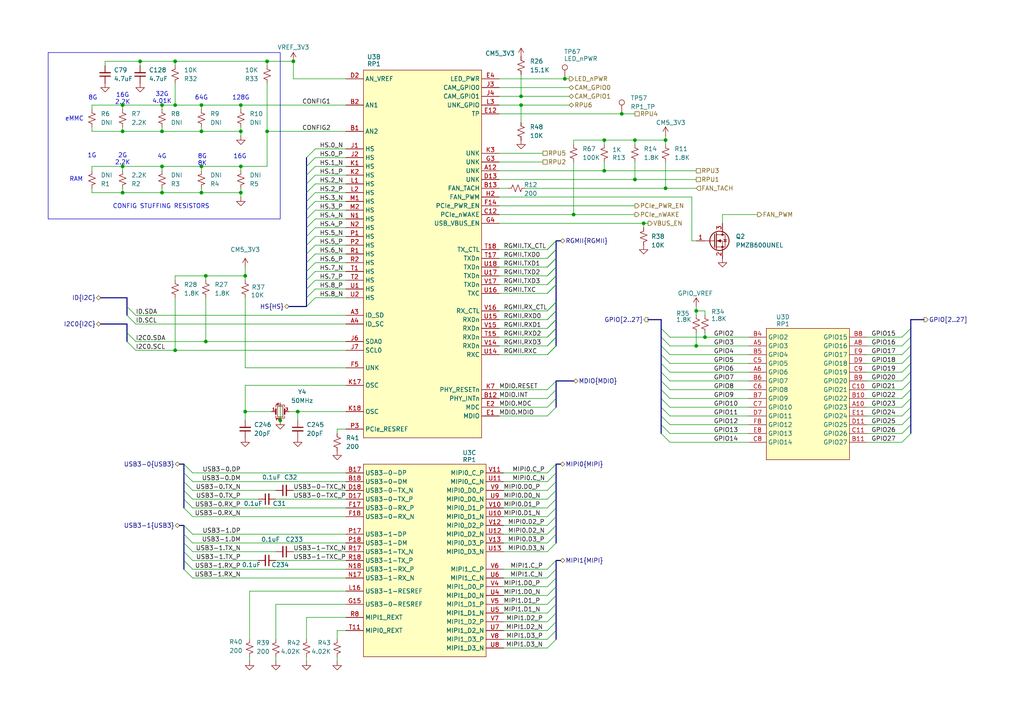
<source format=kicad_sch>
(kicad_sch (version 20250114) (generator "eeschema") (generator_version "9.0")
  (paper "A4")
  (title_block (title "RPi CM5 RP1 IO") (comment 2 "Guaranteed to be inaccurate") (comment 3 "License: CC BY-SA 4.0 (https://creativecommons.org/licenses/by-sa/4.0/)") (comment 4 "Reverse engineered by Tube Time"))
  (bus_alias "MDIO" (members "MDIO" "MDC" "INT" "RESET"))
  (bus_alias "RGMII" (members "TX_CTL" "TXD0" "TXD1" "TXD2" "TXD3" "TXC" "RX_CTL" "RXD0" "RXD1" "RXD2" "RXD3" "RXC"))
  (bus_alias "USB3" (members "DP" "DM" "TX_N" "TX_P" "RX_N" "RX_P"))
  (rectangle (start 13.97 15.24) (end 81.28 63.5))
  (text "16G" (at 69.596 45.466 0) (effects (font (size 1.27 1.27))))
  (text "4G" (at 46.99 45.466 0) (effects (font (size 1.27 1.27))))
  (text "RAM" (at 22.098 52.07 0) (effects (font (size 1.27 1.27))))
  (text "2G\n2.2K" (at 35.56 46.228 0) (effects (font (size 1.27 1.27))))
  (text "CONFIG STUFFING RESISTORS" (at 46.736 59.944 0) (effects (font (size 1.27 1.27))))
  (text "8G\n8K" (at 58.674 46.482 0) (effects (font (size 1.27 1.27))))
  (text "eMMC" (at 21.59 34.544 0) (effects (font (size 1.27 1.27))))
  (text "32G\n4.01K" (at 46.99 28.448 0) (effects (font (size 1.27 1.27))))
  (text "16G\n2.2K" (at 35.56 28.702 0) (effects (font (size 1.27 1.27))))
  (text "1G" (at 26.67 45.212 0) (effects (font (size 1.27 1.27))))
  (text "128G" (at 69.85 28.448 0) (effects (font (size 1.27 1.27))))
  (text "64G" (at 58.42 28.448 0) (effects (font (size 1.27 1.27))))
  (text "8G" (at 26.924 28.448 0) (effects (font (size 1.27 1.27))))
  (junction (at 46.99 38.1))
  (junction (at 180.34 33.02))
  (junction (at 35.56 55.88))
  (junction (at 186.69 64.77))
  (junction (at 71.12 119.38))
  (junction (at 59.69 80.01))
  (junction (at 58.42 30.48))
  (junction (at 50.8 101.6))
  (junction (at 69.85 48.26))
  (junction (at 204.47 97.79))
  (junction (at 58.42 38.1))
  (junction (at 86.36 119.38))
  (junction (at 151.13 30.48))
  (junction (at 69.85 55.88))
  (junction (at 46.99 48.26))
  (junction (at 35.56 48.26))
  (junction (at 175.26 40.64))
  (junction (at 59.69 99.06))
  (junction (at 77.47 17.78))
  (junction (at 71.12 80.01))
  (junction (at 69.85 38.1))
  (junction (at 201.93 90.17))
  (junction (at 184.15 40.64))
  (junction (at 69.85 30.48))
  (junction (at 184.15 52.07))
  (junction (at 46.99 30.48))
  (junction (at 81.28 121.92))
  (junction (at 175.26 49.53))
  (junction (at 85.09 17.78))
  (junction (at 77.47 38.1))
  (junction (at 40.64 17.78))
  (junction (at 50.8 17.78))
  (junction (at 163.83 22.86))
  (junction (at 201.93 100.33))
  (junction (at 166.37 62.23))
  (junction (at 193.04 54.61))
  (junction (at 58.42 55.88))
  (junction (at 50.8 30.48))
  (junction (at 58.42 48.26))
  (junction (at 35.56 38.1))
  (junction (at 151.13 27.94))
  (junction (at 46.99 55.88))
  (junction (at 193.04 40.64))
  (junction (at 35.56 30.48))
  (bus_entry (at 36.83 96.52) (size 2.54 2.54))
  (bus_entry (at 161.29 182.88) (size -2.54 2.54))
  (bus_entry (at 261.62 107.95) (size 2.54 -2.54))
  (bus_entry (at 36.83 99.06) (size 2.54 2.54))
  (bus_entry (at 53.34 162.56) (size 2.54 2.54))
  (bus_entry (at 161.29 172.72) (size -2.54 2.54))
  (bus_entry (at 161.29 154.94) (size -2.54 2.54))
  (bus_entry (at 36.83 91.44) (size 2.54 2.54))
  (bus_entry (at 191.77 113.03) (size 2.54 2.54))
  (bus_entry (at 161.29 77.47) (size -2.54 2.54))
  (bus_entry (at 161.29 97.79) (size -2.54 2.54))
  (bus_entry (at 161.29 139.7) (size -2.54 2.54))
  (bus_entry (at 88.9 81.28) (size 2.54 -2.54))
  (bus_entry (at 161.29 162.56) (size -2.54 2.54))
  (bus_entry (at 191.77 105.41) (size 2.54 2.54))
  (bus_entry (at 88.9 63.5) (size 2.54 -2.54))
  (bus_entry (at 88.9 68.58) (size 2.54 -2.54))
  (bus_entry (at 161.29 87.63) (size -2.54 2.54))
  (bus_entry (at 161.29 80.01) (size -2.54 2.54))
  (bus_entry (at 88.9 86.36) (size 2.54 -2.54))
  (bus_entry (at 88.9 53.34) (size 2.54 -2.54))
  (bus_entry (at 161.29 72.39) (size -2.54 2.54))
  (bus_entry (at 161.29 80.01) (size -2.54 2.54))
  (bus_entry (at 88.9 58.42) (size 2.54 -2.54))
  (bus_entry (at 261.62 102.87) (size 2.54 -2.54))
  (bus_entry (at 261.62 100.33) (size 2.54 -2.54))
  (bus_entry (at 53.34 160.02) (size 2.54 2.54))
  (bus_entry (at 161.29 144.78) (size -2.54 2.54))
  (bus_entry (at 161.29 82.55) (size -2.54 2.54))
  (bus_entry (at 191.77 95.25) (size 2.54 2.54))
  (bus_entry (at 161.29 165.1) (size -2.54 2.54))
  (bus_entry (at 191.77 115.57) (size 2.54 2.54))
  (bus_entry (at 161.29 74.93) (size -2.54 2.54))
  (bus_entry (at 88.9 50.8) (size 2.54 -2.54))
  (bus_entry (at 161.29 180.34) (size -2.54 2.54))
  (bus_entry (at 161.29 90.17) (size -2.54 2.54))
  (bus_entry (at 88.9 48.26) (size 2.54 -2.54))
  (bus_entry (at 161.29 177.8) (size -2.54 2.54))
  (bus_entry (at 36.83 88.9) (size 2.54 2.54))
  (bus_entry (at 191.77 100.33) (size 2.54 2.54))
  (bus_entry (at 191.77 120.65) (size 2.54 2.54))
  (bus_entry (at 161.29 170.18) (size -2.54 2.54))
  (bus_entry (at 161.29 113.03) (size -2.54 2.54))
  (bus_entry (at 261.62 123.19) (size 2.54 -2.54))
  (bus_entry (at 191.77 97.79) (size 2.54 2.54))
  (bus_entry (at 261.62 128.27) (size 2.54 -2.54))
  (bus_entry (at 161.29 69.85) (size -2.54 2.54))
  (bus_entry (at 191.77 125.73) (size 2.54 2.54))
  (bus_entry (at 53.34 137.16) (size 2.54 2.54))
  (bus_entry (at 53.34 152.4) (size 2.54 2.54))
  (bus_entry (at 53.34 157.48) (size 2.54 2.54))
  (bus_entry (at 158.75 102.87) (size 2.54 -2.54))
  (bus_entry (at 161.29 100.33) (size -2.54 2.54))
  (bus_entry (at 53.34 142.24) (size 2.54 2.54))
  (bus_entry (at 161.29 77.47) (size -2.54 2.54))
  (bus_entry (at 161.29 142.24) (size -2.54 2.54))
  (bus_entry (at 161.29 149.86) (size -2.54 2.54))
  (bus_entry (at 191.77 110.49) (size 2.54 2.54))
  (bus_entry (at 88.9 73.66) (size 2.54 -2.54))
  (bus_entry (at 161.29 157.48) (size -2.54 2.54))
  (bus_entry (at 53.34 134.62) (size 2.54 2.54))
  (bus_entry (at 161.29 118.11) (size -2.54 2.54))
  (bus_entry (at 88.9 76.2) (size 2.54 -2.54))
  (bus_entry (at 88.9 45.72) (size 2.54 -2.54))
  (bus_entry (at 161.29 74.93) (size -2.54 2.54))
  (bus_entry (at 261.62 110.49) (size 2.54 -2.54))
  (bus_entry (at 88.9 78.74) (size 2.54 -2.54))
  (bus_entry (at 88.9 55.88) (size 2.54 -2.54))
  (bus_entry (at 161.29 175.26) (size -2.54 2.54))
  (bus_entry (at 53.34 154.94) (size 2.54 2.54))
  (bus_entry (at 53.34 144.78) (size 2.54 2.54))
  (bus_entry (at 261.62 118.11) (size 2.54 -2.54))
  (bus_entry (at 161.29 87.63) (size -2.54 2.54))
  (bus_entry (at 161.29 72.39) (size -2.54 2.54))
  (bus_entry (at 161.29 110.49) (size -2.54 2.54))
  (bus_entry (at 158.75 72.39) (size 2.54 -2.54))
  (bus_entry (at 158.75 97.79) (size 2.54 -2.54))
  (bus_entry (at 88.9 71.12) (size 2.54 -2.54))
  (bus_entry (at 191.77 107.95) (size 2.54 2.54))
  (bus_entry (at 161.29 152.4) (size -2.54 2.54))
  (bus_entry (at 53.34 147.32) (size 2.54 2.54))
  (bus_entry (at 161.29 147.32) (size -2.54 2.54))
  (bus_entry (at 161.29 95.25) (size -2.54 2.54))
  (bus_entry (at 261.62 113.03) (size 2.54 -2.54))
  (bus_entry (at 161.29 134.62) (size -2.54 2.54))
  (bus_entry (at 191.77 123.19) (size 2.54 2.54))
  (bus_entry (at 261.62 120.65) (size 2.54 -2.54))
  (bus_entry (at 53.34 165.1) (size 2.54 2.54))
  (bus_entry (at 88.9 88.9) (size 2.54 -2.54))
  (bus_entry (at 161.29 167.64) (size -2.54 2.54))
  (bus_entry (at 158.75 100.33) (size 2.54 -2.54))
  (bus_entry (at 161.29 185.42) (size -2.54 2.54))
  (bus_entry (at 161.29 92.71) (size -2.54 2.54))
  (bus_entry (at 161.29 92.71) (size -2.54 2.54))
  (bus_entry (at 161.29 137.16) (size -2.54 2.54))
  (bus_entry (at 261.62 115.57) (size 2.54 -2.54))
  (bus_entry (at 88.9 60.96) (size 2.54 -2.54))
  (bus_entry (at 88.9 66.04) (size 2.54 -2.54))
  (bus_entry (at 161.29 82.55) (size -2.54 2.54))
  (bus_entry (at 191.77 102.87) (size 2.54 2.54))
  (bus_entry (at 261.62 125.73) (size 2.54 -2.54))
  (bus_entry (at 53.34 139.7) (size 2.54 2.54))
  (bus_entry (at 161.29 90.17) (size -2.54 2.54))
  (bus_entry (at 261.62 105.41) (size 2.54 -2.54))
  (bus_entry (at 191.77 118.11) (size 2.54 2.54))
  (bus_entry (at 88.9 83.82) (size 2.54 -2.54))
  (bus_entry (at 261.62 97.79) (size 2.54 -2.54))
  (bus_entry (at 161.29 115.57) (size -2.54 2.54))
  (wire (pts (xy 251.46 97.79) (xy 261.62 97.79)))
  (bus (pts (xy 161.29 170.18) (xy 161.29 167.64)))
  (wire (pts (xy 58.42 36.83) (xy 58.42 38.1)))
  (wire (pts (xy 58.42 48.26) (xy 69.85 48.26)))
  (bus (pts (xy 264.16 113.03) (xy 264.16 115.57)))
  (wire (pts (xy 144.78 33.02) (xy 180.34 33.02)))
  (bus (pts (xy 161.29 77.47) (xy 161.29 80.01)))
  (bus (pts (xy 161.29 149.86) (xy 161.29 152.4)))
  (wire (pts (xy 144.78 74.93) (xy 158.75 74.93)))
  (wire (pts (xy 46.99 31.75) (xy 46.99 30.48)))
  (wire (pts (xy 200.66 69.85) (xy 200.66 57.15)))
  (wire (pts (xy 251.46 115.57) (xy 261.62 115.57)))
  (wire (pts (xy 144.78 54.61) (xy 147.32 54.61)))
  (wire (pts (xy 144.78 49.53) (xy 175.26 49.53)))
  (bus (pts (xy 161.29 115.57) (xy 161.29 118.11)))
  (wire (pts (xy 59.69 86.36) (xy 59.69 99.06)))
  (wire (pts (xy 46.99 36.83) (xy 46.99 38.1)))
  (wire (pts (xy 144.78 113.03) (xy 158.75 113.03)))
  (bus (pts (xy 88.9 73.66) (xy 88.9 76.2)))
  (bus (pts (xy 264.16 120.65) (xy 264.16 123.19)))
  (wire (pts (xy 46.99 38.1) (xy 58.42 38.1)))
  (wire (pts (xy 80.01 185.42) (xy 80.01 175.26)))
  (bus (pts (xy 53.34 157.48) (xy 53.34 160.02)))
  (wire (pts (xy 194.31 110.49) (xy 217.17 110.49)))
  (wire (pts (xy 100.33 175.26) (xy 80.01 175.26)))
  (bus (pts (xy 264.16 107.95) (xy 264.16 110.49)))
  (wire (pts (xy 151.13 30.48) (xy 165.1 30.48)))
  (wire (pts (xy 146.05 152.4) (xy 158.75 152.4)))
  (wire (pts (xy 201.93 90.17) (xy 204.47 90.17)))
  (bus (pts (xy 264.16 118.11) (xy 264.16 120.65)))
  (wire (pts (xy 100.33 124.46) (xy 97.79 124.46)))
  (wire (pts (xy 86.36 121.92) (xy 86.36 119.38)))
  (wire (pts (xy 71.12 119.38) (xy 71.12 121.92)))
  (wire (pts (xy 91.44 48.26) (xy 100.33 48.26)))
  (bus (pts (xy 161.29 110.49) (xy 161.29 113.03)))
  (bus (pts (xy 187.96 92.71) (xy 191.77 92.71)))
  (wire (pts (xy 97.79 185.42) (xy 97.79 182.88)))
  (wire (pts (xy 35.56 36.83) (xy 35.56 38.1)))
  (bus (pts (xy 191.77 100.33) (xy 191.77 102.87)))
  (wire (pts (xy 69.85 38.1) (xy 69.85 36.83)))
  (wire (pts (xy 194.31 115.57) (xy 217.17 115.57)))
  (bus (pts (xy 264.16 115.57) (xy 264.16 118.11)))
  (bus (pts (xy 161.29 72.39) (xy 161.29 74.93)))
  (bus (pts (xy 88.9 45.72) (xy 88.9 48.26)))
  (wire (pts (xy 91.44 83.82) (xy 100.33 83.82)))
  (wire (pts (xy 39.37 91.44) (xy 100.33 91.44)))
  (wire (pts (xy 46.99 55.88) (xy 58.42 55.88)))
  (wire (pts (xy 39.37 99.06) (xy 59.69 99.06)))
  (wire (pts (xy 85.09 22.86) (xy 85.09 17.78)))
  (wire (pts (xy 151.13 30.48) (xy 151.13 35.56)))
  (bus (pts (xy 88.9 81.28) (xy 88.9 83.82)))
  (bus (pts (xy 264.16 95.25) (xy 264.16 97.79)))
  (wire (pts (xy 146.05 149.86) (xy 158.75 149.86)))
  (wire (pts (xy 184.15 33.02) (xy 180.34 33.02)))
  (wire (pts (xy 201.93 88.9) (xy 201.93 90.17)))
  (bus (pts (xy 191.77 120.65) (xy 191.77 123.19)))
  (wire (pts (xy 69.85 48.26) (xy 69.85 49.53)))
  (bus (pts (xy 36.83 88.9) (xy 36.83 91.44)))
  (wire (pts (xy 26.67 48.26) (xy 26.67 49.53)))
  (wire (pts (xy 209.55 62.23) (xy 219.71 62.23)))
  (wire (pts (xy 184.15 40.64) (xy 175.26 40.64)))
  (wire (pts (xy 26.67 38.1) (xy 35.56 38.1)))
  (wire (pts (xy 74.93 162.56) (xy 55.88 162.56)))
  (bus (pts (xy 36.83 96.52) (xy 36.83 99.06)))
  (wire (pts (xy 100.33 160.02) (xy 85.09 160.02)))
  (wire (pts (xy 144.78 27.94) (xy 151.13 27.94)))
  (wire (pts (xy 46.99 48.26) (xy 58.42 48.26)))
  (bus (pts (xy 267.97 92.71) (xy 264.16 92.71)))
  (wire (pts (xy 50.8 24.13) (xy 50.8 30.48)))
  (wire (pts (xy 91.44 78.74) (xy 100.33 78.74)))
  (wire (pts (xy 144.78 46.99) (xy 157.48 46.99)))
  (bus (pts (xy 162.56 69.85) (xy 161.29 69.85)))
  (wire (pts (xy 193.04 54.61) (xy 193.04 46.99)))
  (wire (pts (xy 144.78 100.33) (xy 158.75 100.33)))
  (wire (pts (xy 46.99 30.48) (xy 50.8 30.48)))
  (wire (pts (xy 194.31 100.33) (xy 201.93 100.33)))
  (wire (pts (xy 209.55 64.77) (xy 209.55 62.23)))
  (wire (pts (xy 184.15 46.99) (xy 184.15 52.07)))
  (wire (pts (xy 251.46 123.19) (xy 261.62 123.19)))
  (wire (pts (xy 72.39 171.45) (xy 100.33 171.45)))
  (wire (pts (xy 91.44 66.04) (xy 100.33 66.04)))
  (wire (pts (xy 194.31 118.11) (xy 217.17 118.11)))
  (wire (pts (xy 58.42 30.48) (xy 69.85 30.48)))
  (wire (pts (xy 158.75 182.88) (xy 146.05 182.88)))
  (wire (pts (xy 71.12 80.01) (xy 71.12 77.47)))
  (wire (pts (xy 71.12 86.36) (xy 71.12 106.68)))
  (bus (pts (xy 53.34 147.32) (xy 53.34 144.78)))
  (bus (pts (xy 191.77 123.19) (xy 191.77 125.73)))
  (wire (pts (xy 144.78 22.86) (xy 163.83 22.86)))
  (wire (pts (xy 184.15 41.91) (xy 184.15 40.64)))
  (wire (pts (xy 144.78 30.48) (xy 151.13 30.48)))
  (wire (pts (xy 50.8 17.78) (xy 50.8 19.05)))
  (wire (pts (xy 166.37 46.99) (xy 166.37 62.23)))
  (wire (pts (xy 144.78 25.4) (xy 165.1 25.4)))
  (wire (pts (xy 100.33 111.76) (xy 71.12 111.76)))
  (bus (pts (xy 264.16 110.49) (xy 264.16 113.03)))
  (bus (pts (xy 264.16 105.41) (xy 264.16 107.95)))
  (wire (pts (xy 175.26 49.53) (xy 201.93 49.53)))
  (wire (pts (xy 40.64 17.78) (xy 40.64 19.05)))
  (wire (pts (xy 91.44 53.34) (xy 100.33 53.34)))
  (bus (pts (xy 29.21 93.98) (xy 36.83 93.98)))
  (wire (pts (xy 100.33 142.24) (xy 85.09 142.24)))
  (wire (pts (xy 251.46 100.33) (xy 261.62 100.33)))
  (bus (pts (xy 161.29 134.62) (xy 161.29 137.16)))
  (wire (pts (xy 58.42 38.1) (xy 69.85 38.1)))
  (wire (pts (xy 175.26 40.64) (xy 175.26 41.91)))
  (wire (pts (xy 144.78 52.07) (xy 184.15 52.07)))
  (bus (pts (xy 191.77 97.79) (xy 191.77 100.33)))
  (wire (pts (xy 158.75 167.64) (xy 146.05 167.64)))
  (bus (pts (xy 191.77 110.49) (xy 191.77 113.03)))
  (wire (pts (xy 35.56 31.75) (xy 35.56 30.48)))
  (wire (pts (xy 91.44 63.5) (xy 100.33 63.5)))
  (wire (pts (xy 26.67 48.26) (xy 35.56 48.26)))
  (wire (pts (xy 158.75 180.34) (xy 146.05 180.34)))
  (bus (pts (xy 52.07 152.4) (xy 53.34 152.4)))
  (wire (pts (xy 144.78 62.23) (xy 166.37 62.23)))
  (bus (pts (xy 161.29 172.72) (xy 161.29 170.18)))
  (bus (pts (xy 161.29 137.16) (xy 161.29 139.7)))
  (wire (pts (xy 146.05 172.72) (xy 158.75 172.72)))
  (wire (pts (xy 100.33 157.48) (xy 55.88 157.48)))
  (wire (pts (xy 50.8 80.01) (xy 59.69 80.01)))
  (wire (pts (xy 251.46 128.27) (xy 261.62 128.27)))
  (wire (pts (xy 69.85 38.1) (xy 69.85 39.37)))
  (wire (pts (xy 30.48 17.78) (xy 30.48 19.05)))
  (wire (pts (xy 46.99 54.61) (xy 46.99 55.88)))
  (wire (pts (xy 194.31 107.95) (xy 217.17 107.95)))
  (wire (pts (xy 71.12 81.28) (xy 71.12 80.01)))
  (wire (pts (xy 152.4 54.61) (xy 193.04 54.61)))
  (wire (pts (xy 144.78 72.39) (xy 158.75 72.39)))
  (wire (pts (xy 91.44 71.12) (xy 100.33 71.12)))
  (wire (pts (xy 59.69 81.28) (xy 59.69 80.01)))
  (wire (pts (xy 81.28 116.84) (xy 81.28 121.92)))
  (bus (pts (xy 191.77 102.87) (xy 191.77 105.41)))
  (wire (pts (xy 69.85 30.48) (xy 100.33 30.48)))
  (wire (pts (xy 193.04 39.37) (xy 193.04 40.64)))
  (wire (pts (xy 59.69 80.01) (xy 71.12 80.01)))
  (bus (pts (xy 88.9 60.96) (xy 88.9 63.5)))
  (wire (pts (xy 144.78 90.17) (xy 158.75 90.17)))
  (wire (pts (xy 146.05 177.8) (xy 158.75 177.8)))
  (wire (pts (xy 251.46 110.49) (xy 261.62 110.49)))
  (bus (pts (xy 161.29 154.94) (xy 161.29 157.48)))
  (bus (pts (xy 88.9 71.12) (xy 88.9 73.66)))
  (bus (pts (xy 36.83 93.98) (xy 36.83 96.52)))
  (wire (pts (xy 50.8 30.48) (xy 58.42 30.48)))
  (bus (pts (xy 88.9 48.26) (xy 88.9 50.8)))
  (wire (pts (xy 72.39 185.42) (xy 72.39 171.45)))
  (wire (pts (xy 204.47 96.52) (xy 204.47 97.79)))
  (wire (pts (xy 251.46 118.11) (xy 261.62 118.11)))
  (wire (pts (xy 146.05 154.94) (xy 158.75 154.94)))
  (bus (pts (xy 166.37 110.49) (xy 161.29 110.49)))
  (wire (pts (xy 39.37 101.6) (xy 50.8 101.6)))
  (wire (pts (xy 58.42 48.26) (xy 58.42 49.53)))
  (wire (pts (xy 69.85 57.15) (xy 69.85 55.88)))
  (bus (pts (xy 161.29 180.34) (xy 161.29 182.88)))
  (wire (pts (xy 35.56 30.48) (xy 46.99 30.48)))
  (bus (pts (xy 161.29 82.55) (xy 161.29 87.63)))
  (bus (pts (xy 191.77 113.03) (xy 191.77 115.57)))
  (bus (pts (xy 53.34 139.7) (xy 53.34 137.16)))
  (wire (pts (xy 146.05 147.32) (xy 158.75 147.32)))
  (wire (pts (xy 166.37 40.64) (xy 166.37 41.91)))
  (bus (pts (xy 161.29 69.85) (xy 161.29 72.39)))
  (wire (pts (xy 194.31 113.03) (xy 217.17 113.03)))
  (wire (pts (xy 71.12 111.76) (xy 71.12 119.38)))
  (bus (pts (xy 191.77 105.41) (xy 191.77 107.95)))
  (wire (pts (xy 100.33 154.94) (xy 55.88 154.94)))
  (wire (pts (xy 77.47 38.1) (xy 100.33 38.1)))
  (bus (pts (xy 161.29 177.8) (xy 161.29 180.34)))
  (bus (pts (xy 161.29 147.32) (xy 161.29 144.78)))
  (wire (pts (xy 26.67 55.88) (xy 35.56 55.88)))
  (wire (pts (xy 80.01 142.24) (xy 55.88 142.24)))
  (wire (pts (xy 144.78 44.45) (xy 157.48 44.45)))
  (bus (pts (xy 88.9 53.34) (xy 88.9 55.88)))
  (bus (pts (xy 264.16 102.87) (xy 264.16 105.41)))
  (wire (pts (xy 58.42 55.88) (xy 69.85 55.88)))
  (wire (pts (xy 251.46 120.65) (xy 261.62 120.65)))
  (wire (pts (xy 91.44 73.66) (xy 100.33 73.66)))
  (bus (pts (xy 53.34 144.78) (xy 53.34 142.24)))
  (bus (pts (xy 161.29 95.25) (xy 161.29 97.79)))
  (wire (pts (xy 186.69 64.77) (xy 186.69 66.04)))
  (wire (pts (xy 97.79 124.46) (xy 97.79 125.73)))
  (wire (pts (xy 100.33 165.1) (xy 55.88 165.1)))
  (wire (pts (xy 58.42 30.48) (xy 58.42 31.75)))
  (wire (pts (xy 163.83 22.86) (xy 165.1 22.86)))
  (wire (pts (xy 88.9 179.07) (xy 100.33 179.07)))
  (wire (pts (xy 72.39 190.5) (xy 72.39 191.77)))
  (wire (pts (xy 86.36 119.38) (xy 100.33 119.38)))
  (bus (pts (xy 161.29 74.93) (xy 161.29 77.47)))
  (wire (pts (xy 158.75 185.42) (xy 146.05 185.42)))
  (bus (pts (xy 88.9 55.88) (xy 88.9 58.42)))
  (bus (pts (xy 161.29 134.62) (xy 162.56 134.62)))
  (wire (pts (xy 78.74 119.38) (xy 71.12 119.38)))
  (bus (pts (xy 88.9 63.5) (xy 88.9 66.04)))
  (wire (pts (xy 26.67 36.83) (xy 26.67 38.1)))
  (wire (pts (xy 88.9 190.5) (xy 88.9 191.77)))
  (bus (pts (xy 36.83 86.36) (xy 36.83 88.9)))
  (bus (pts (xy 88.9 78.74) (xy 88.9 81.28)))
  (wire (pts (xy 69.85 55.88) (xy 69.85 54.61)))
  (wire (pts (xy 35.56 38.1) (xy 46.99 38.1)))
  (wire (pts (xy 151.13 21.59) (xy 151.13 27.94)))
  (wire (pts (xy 100.33 147.32) (xy 55.88 147.32)))
  (wire (pts (xy 144.78 59.69) (xy 184.15 59.69)))
  (bus (pts (xy 264.16 97.79) (xy 264.16 100.33)))
  (wire (pts (xy 91.44 45.72) (xy 100.33 45.72)))
  (wire (pts (xy 144.78 115.57) (xy 158.75 115.57)))
  (bus (pts (xy 83.82 88.9) (xy 88.9 88.9)))
  (bus (pts (xy 161.29 147.32) (xy 161.29 149.86)))
  (wire (pts (xy 144.78 118.11) (xy 158.75 118.11)))
  (wire (pts (xy 251.46 107.95) (xy 261.62 107.95)))
  (wire (pts (xy 144.78 82.55) (xy 158.75 82.55)))
  (wire (pts (xy 194.31 97.79) (xy 204.47 97.79)))
  (bus (pts (xy 88.9 76.2) (xy 88.9 78.74)))
  (wire (pts (xy 251.46 102.87) (xy 261.62 102.87)))
  (wire (pts (xy 144.78 102.87) (xy 158.75 102.87)))
  (wire (pts (xy 201.93 96.52) (xy 201.93 100.33)))
  (wire (pts (xy 39.37 93.98) (xy 100.33 93.98)))
  (bus (pts (xy 53.34 162.56) (xy 53.34 165.1)))
  (wire (pts (xy 151.13 27.94) (xy 165.1 27.94)))
  (bus (pts (xy 161.29 165.1) (xy 161.29 167.64)))
  (bus (pts (xy 191.77 115.57) (xy 191.77 118.11)))
  (wire (pts (xy 194.31 120.65) (xy 217.17 120.65)))
  (wire (pts (xy 194.31 125.73) (xy 217.17 125.73)))
  (wire (pts (xy 77.47 38.1) (xy 77.47 48.26)))
  (bus (pts (xy 88.9 58.42) (xy 88.9 60.96)))
  (wire (pts (xy 91.44 86.36) (xy 100.33 86.36)))
  (wire (pts (xy 100.33 167.64) (xy 55.88 167.64)))
  (wire (pts (xy 100.33 144.78) (xy 80.01 144.78)))
  (wire (pts (xy 146.05 137.16) (xy 158.75 137.16)))
  (wire (pts (xy 35.56 48.26) (xy 46.99 48.26)))
  (wire (pts (xy 251.46 113.03) (xy 261.62 113.03)))
  (wire (pts (xy 35.56 55.88) (xy 46.99 55.88)))
  (bus (pts (xy 161.29 175.26) (xy 161.29 177.8)))
  (bus (pts (xy 88.9 83.82) (xy 88.9 86.36)))
  (wire (pts (xy 187.96 64.77) (xy 186.69 64.77)))
  (wire (pts (xy 144.78 120.65) (xy 158.75 120.65)))
  (bus (pts (xy 161.29 97.79) (xy 161.29 100.33)))
  (wire (pts (xy 166.37 40.64) (xy 175.26 40.64)))
  (wire (pts (xy 85.09 22.86) (xy 100.33 22.86)))
  (bus (pts (xy 264.16 123.19) (xy 264.16 125.73)))
  (bus (pts (xy 264.16 92.71) (xy 264.16 95.25)))
  (wire (pts (xy 204.47 97.79) (xy 217.17 97.79)))
  (wire (pts (xy 91.44 50.8) (xy 100.33 50.8)))
  (wire (pts (xy 58.42 54.61) (xy 58.42 55.88)))
  (bus (pts (xy 88.9 50.8) (xy 88.9 53.34)))
  (wire (pts (xy 91.44 43.18) (xy 100.33 43.18)))
  (bus (pts (xy 161.29 92.71) (xy 161.29 95.25)))
  (wire (pts (xy 88.9 185.42) (xy 88.9 179.07)))
  (wire (pts (xy 91.44 76.2) (xy 100.33 76.2)))
  (bus (pts (xy 161.29 142.24) (xy 161.29 139.7)))
  (wire (pts (xy 158.75 142.24) (xy 146.05 142.24)))
  (wire (pts (xy 74.93 144.78) (xy 55.88 144.78)))
  (wire (pts (xy 50.8 80.01) (xy 50.8 81.28)))
  (wire (pts (xy 146.05 157.48) (xy 158.75 157.48)))
  (wire (pts (xy 91.44 55.88) (xy 100.33 55.88)))
  (bus (pts (xy 161.29 175.26) (xy 161.29 172.72)))
  (wire (pts (xy 201.93 100.33) (xy 217.17 100.33)))
  (wire (pts (xy 166.37 62.23) (xy 184.15 62.23)))
  (wire (pts (xy 144.78 77.47) (xy 158.75 77.47)))
  (wire (pts (xy 85.09 17.78) (xy 77.47 17.78)))
  (wire (pts (xy 97.79 182.88) (xy 100.33 182.88)))
  (wire (pts (xy 80.01 160.02) (xy 55.88 160.02)))
  (bus (pts (xy 53.34 142.24) (xy 53.34 139.7)))
  (wire (pts (xy 26.67 30.48) (xy 35.56 30.48)))
  (wire (pts (xy 40.64 17.78) (xy 50.8 17.78)))
  (wire (pts (xy 201.93 90.17) (xy 201.93 91.44)))
  (wire (pts (xy 146.05 175.26) (xy 158.75 175.26)))
  (wire (pts (xy 100.33 139.7) (xy 55.88 139.7)))
  (wire (pts (xy 77.47 17.78) (xy 77.47 19.05)))
  (bus (pts (xy 161.29 162.56) (xy 161.29 165.1)))
  (bus (pts (xy 191.77 92.71) (xy 191.77 95.25)))
  (wire (pts (xy 59.69 99.06) (xy 100.33 99.06)))
  (wire (pts (xy 158.75 187.96) (xy 146.05 187.96)))
  (bus (pts (xy 88.9 86.36) (xy 88.9 88.9)))
  (wire (pts (xy 86.36 119.38) (xy 83.82 119.38)))
  (wire (pts (xy 26.67 31.75) (xy 26.67 30.48)))
  (wire (pts (xy 91.44 68.58) (xy 100.33 68.58)))
  (bus (pts (xy 161.29 113.03) (xy 161.29 115.57)))
  (bus (pts (xy 88.9 66.04) (xy 88.9 68.58)))
  (wire (pts (xy 69.85 31.75) (xy 69.85 30.48)))
  (bus (pts (xy 53.34 160.02) (xy 53.34 162.56)))
  (wire (pts (xy 158.75 170.18) (xy 146.05 170.18)))
  (bus (pts (xy 53.34 152.4) (xy 53.34 154.94)))
  (bus (pts (xy 53.34 154.94) (xy 53.34 157.48)))
  (wire (pts (xy 194.31 128.27) (xy 217.17 128.27)))
  (wire (pts (xy 26.67 54.61) (xy 26.67 55.88)))
  (wire (pts (xy 184.15 52.07) (xy 201.93 52.07)))
  (wire (pts (xy 194.31 105.41) (xy 217.17 105.41)))
  (wire (pts (xy 194.31 123.19) (xy 217.17 123.19)))
  (bus (pts (xy 161.29 162.56) (xy 162.56 162.56)))
  (wire (pts (xy 146.05 139.7) (xy 158.75 139.7)))
  (wire (pts (xy 184.15 40.64) (xy 193.04 40.64)))
  (bus (pts (xy 161.29 80.01) (xy 161.29 82.55)))
  (wire (pts (xy 144.78 57.15) (xy 200.66 57.15)))
  (wire (pts (xy 35.56 48.26) (xy 35.56 49.53)))
  (bus (pts (xy 29.21 86.36) (xy 36.83 86.36)))
  (wire (pts (xy 97.79 190.5) (xy 97.79 191.77)))
  (wire (pts (xy 204.47 90.17) (xy 204.47 91.44)))
  (wire (pts (xy 144.78 97.79) (xy 158.75 97.79)))
  (wire (pts (xy 146.05 160.02) (xy 158.75 160.02)))
  (bus (pts (xy 161.29 144.78) (xy 161.29 142.24)))
  (wire (pts (xy 30.48 17.78) (xy 40.64 17.78)))
  (bus (pts (xy 161.29 90.17) (xy 161.29 92.71)))
  (wire (pts (xy 144.78 95.25) (xy 158.75 95.25)))
  (wire (pts (xy 91.44 58.42) (xy 100.33 58.42)))
  (wire (pts (xy 35.56 54.61) (xy 35.56 55.88)))
  (wire (pts (xy 158.75 165.1) (xy 146.05 165.1)))
  (wire (pts (xy 144.78 64.77) (xy 186.69 64.77)))
  (wire (pts (xy 91.44 60.96) (xy 100.33 60.96)))
  (bus (pts (xy 88.9 68.58) (xy 88.9 71.12)))
  (wire (pts (xy 146.05 144.78) (xy 158.75 144.78)))
  (wire (pts (xy 194.31 102.87) (xy 217.17 102.87)))
  (wire (pts (xy 100.33 149.86) (xy 55.88 149.86)))
  (wire (pts (xy 201.93 69.85) (xy 200.66 69.85)))
  (wire (pts (xy 193.04 54.61) (xy 201.93 54.61)))
  (wire (pts (xy 50.8 101.6) (xy 100.33 101.6)))
  (wire (pts (xy 100.33 162.56) (xy 80.01 162.56)))
  (wire (pts (xy 193.04 41.91) (xy 193.04 40.64)))
  (wire (pts (xy 50.8 86.36) (xy 50.8 101.6)))
  (bus (pts (xy 191.77 107.95) (xy 191.77 110.49)))
  (bus (pts (xy 53.34 137.16) (xy 53.34 134.62)))
  (wire (pts (xy 251.46 105.41) (xy 261.62 105.41)))
  (wire (pts (xy 144.78 85.09) (xy 158.75 85.09)))
  (wire (pts (xy 80.01 190.5) (xy 80.01 191.77)))
  (wire (pts (xy 251.46 125.73) (xy 261.62 125.73)))
  (wire (pts (xy 100.33 137.16) (xy 55.88 137.16)))
  (wire (pts (xy 91.44 81.28) (xy 100.33 81.28)))
  (bus (pts (xy 191.77 95.25) (xy 191.77 97.79)))
  (wire (pts (xy 144.78 92.71) (xy 158.75 92.71)))
  (bus (pts (xy 161.29 182.88) (xy 161.29 185.42)))
  (bus (pts (xy 161.29 87.63) (xy 161.29 90.17)))
  (wire (pts (xy 69.85 48.26) (xy 77.47 48.26)))
  (wire (pts (xy 71.12 106.68) (xy 100.33 106.68)))
  (bus (pts (xy 161.29 152.4) (xy 161.29 154.94)))
  (bus (pts (xy 53.34 134.62) (xy 52.07 134.62)))
  (bus (pts (xy 264.16 100.33) (xy 264.16 102.87)))
  (wire (pts (xy 46.99 48.26) (xy 46.99 49.53)))
  (bus (pts (xy 191.77 118.11) (xy 191.77 120.65)))
  (wire (pts (xy 77.47 17.78) (xy 50.8 17.78)))
  (wire (pts (xy 144.78 80.01) (xy 158.75 80.01)))
  (wire (pts (xy 77.47 24.13) (xy 77.47 38.1)))
  (wire (pts (xy 175.26 46.99) (xy 175.26 49.53)))
  (label "MIPI1.D3_P" (at 157.48 185.42 180))
  (label "GPIO8" (at 207.01 113.03 0))
  (label "GPIO7" (at 207.01 110.49 0))
  (label "MIPI0.D3_P" (at 147.32 157.48 0))
  (label "USB3-0-TXC_P" (at 85.09 144.78 0))
  (label "GPIO21" (at 252.73 113.03 0))
  (label "USB3-1.TX_P" (at 69.85 162.56 180))
  (label "HS.8_P" (at 92.71 83.82 0))
  (label "MIPI1.C_P" (at 157.48 165.1 180))
  (label "GPIO25" (at 252.73 123.19 0))
  (label "RGMII.TXD1" (at 146.05 77.47 0))
  (label "GPIO9" (at 207.01 115.57 0))
  (label "HS.4_N" (at 92.71 63.5 0))
  (label "GPIO3" (at 207.01 100.33 0))
  (label "HS.6_P" (at 92.71 76.2 0))
  (label "GPIO5" (at 207.01 105.41 0))
  (label "MIPI1.D3_N" (at 157.48 187.96 180))
  (label "USB3-0.RX_N" (at 69.85 149.86 180))
  (label "I2C0.SCL" (at 39.37 101.6 0))
  (label "HS.4_P" (at 92.71 66.04 0))
  (label "GPIO11" (at 207.01 120.65 0))
  (label "ID.SCL" (at 39.37 93.98 0))
  (label "RGMII.RX_CTL" (at 146.05 90.17 0))
  (label "USB3-1.RX_N" (at 69.85 167.64 180))
  (label "MDIO.RESET" (at 144.78 113.03 0))
  (label "MIPI0.D3_N" (at 147.32 160.02 0))
  (label "USB3-0.DP" (at 69.85 137.16 180))
  (label "GPIO26" (at 252.73 125.73 0))
  (label "GPIO16" (at 252.73 100.33 0))
  (label "GPIO23" (at 252.73 118.11 0))
  (label "USB3-0.TX_P" (at 69.85 144.78 180))
  (label "MIPI0.D2_P" (at 147.32 152.4 0))
  (label "USB3-0.DM" (at 69.85 139.7 180))
  (label "GPIO4" (at 207.01 102.87 0))
  (label "USB3-1.DM" (at 69.85 157.48 180))
  (label "MIPI1.C_N" (at 157.48 167.64 180))
  (label "HS.1_N" (at 92.71 48.26 0))
  (label "HS.3_P" (at 92.71 60.96 0))
  (label "GPIO20" (at 252.73 110.49 0))
  (label "MDIO.MDIO" (at 144.78 120.65 0))
  (label "MIPI1.D1_P" (at 146.05 175.26 0))
  (label "RGMII.TXD3" (at 146.05 82.55 0))
  (label "HS.1_P" (at 92.71 50.8 0))
  (label "USB3-0-TXC_N" (at 85.09 142.24 0))
  (label "GPIO14" (at 207.01 128.27 0))
  (label "GPIO13" (at 207.01 125.73 0))
  (label "MIPI0.C_N" (at 148.59 139.7 0))
  (label "RGMII.RXD1" (at 146.05 95.25 0))
  (label "HS.5_N" (at 92.71 68.58 0))
  (label "GPIO2" (at 207.01 97.79 0))
  (label "HS.7_N" (at 92.71 78.74 0))
  (label "CONFIG2" (at 87.63 38.1 0))
  (label "USB3-0.TX_N" (at 69.85 142.24 180))
  (label "MIPI1.D0_N" (at 146.05 172.72 0))
  (label "MIPI0.D2_N" (at 147.32 154.94 0))
  (label "HS.5_P" (at 92.71 71.12 0))
  (label "GPIO19" (at 252.73 107.95 0))
  (label "USB3-1.RX_P" (at 69.85 165.1 180))
  (label "GPIO22" (at 252.73 115.57 0))
  (label "MIPI1.D2_N" (at 157.48 182.88 180))
  (label "MIPI0.D0_N" (at 146.05 144.78 0))
  (label "MDIO.MDC" (at 144.78 118.11 0))
  (label "GPIO17" (at 252.73 102.87 0))
  (label "MDIO.INT" (at 144.78 115.57 0))
  (label "HS.6_N" (at 92.71 73.66 0))
  (label "USB3-1.TX_N" (at 69.85 160.02 180))
  (label "HS.3_N" (at 92.71 58.42 0))
  (label "GPIO10" (at 207.01 118.11 0))
  (label "RGMII.RXD2" (at 146.05 97.79 0))
  (label "GPIO15" (at 252.73 97.79 0))
  (label "MIPI0.D0_P" (at 146.05 142.24 0))
  (label "RGMII.RXD3" (at 146.05 100.33 0))
  (label "USB3-1-TXC_P" (at 85.09 162.56 0))
  (label "MIPI1.D2_P" (at 157.48 180.34 180))
  (label "GPIO24" (at 252.73 120.65 0))
  (label "MIPI0.C_P" (at 148.59 137.16 0))
  (label "RGMII.RXD0" (at 146.05 92.71 0))
  (label "RGMII.TXD2" (at 146.05 80.01 0))
  (label "HS.2_P" (at 92.71 55.88 0))
  (label "USB3-0.RX_P" (at 69.85 147.32 180))
  (label "GPIO27" (at 252.73 128.27 0))
  (label "GPIO18" (at 252.73 105.41 0))
  (label "MIPI0.D1_N" (at 146.05 149.86 0))
  (label "USB3-1.DP" (at 69.85 154.94 180))
  (label "CONFIG1" (at 87.63 30.48 0))
  (label "GPIO6" (at 207.01 107.95 0))
  (label "RGMII.TX_CTL" (at 146.05 72.39 0))
  (label "MIPI1.D0_P" (at 146.05 170.18 0))
  (label "ID.SDA" (at 39.37 91.44 0))
  (label "HS.7_P" (at 92.71 81.28 0))
  (label "HS.0_P" (at 92.71 45.72 0))
  (label "MIPI0.D1_P" (at 146.05 147.32 0))
  (label "RGMII.TXD0" (at 146.05 74.93 0))
  (label "GPIO12" (at 207.01 123.19 0))
  (label "HS.2_N" (at 92.71 53.34 0))
  (label "HS.8_N" (at 92.71 86.36 0))
  (label "RGMII.TXC" (at 146.05 85.09 0))
  (label "I2C0.SDA" (at 39.37 99.06 0))
  (label "HS.0_N" (at 92.71 43.18 0))
  (label "RGMII.RXC" (at 146.05 102.87 0))
  (label "MIPI1.D1_N" (at 146.05 177.8 0))
  (label "USB3-1-TXC_N" (at 85.09 160.02 0))
  (hierarchical_label "CAM_GPIO0" (shape bidirectional) (at 165.1 25.4 0))
  (hierarchical_label "MDIO{MDIO}" (shape bidirectional) (at 166.37 110.49 0))
  (hierarchical_label "I2C0{I2C}" (shape bidirectional) (at 29.21 93.98 180))
  (hierarchical_label "PCIe_PWR_EN" (shape output) (at 184.15 59.69 0))
  (hierarchical_label "FAN_PWM" (shape output) (at 219.71 62.23 0))
  (hierarchical_label "RPU6" (shape bidirectional) (at 165.1 30.48 0))
  (hierarchical_label "GPIO[2..27]" (shape output) (at 267.97 92.71 0))
  (hierarchical_label "MIPI1{MIPI}" (shape bidirectional) (at 162.56 162.56 0))
  (hierarchical_label "RPU5" (shape passive) (at 157.48 44.45 0))
  (hierarchical_label "LED_nPWR" (shape output) (at 165.1 22.86 0))
  (hierarchical_label "ID{I2C}" (shape bidirectional) (at 29.21 86.36 180))
  (hierarchical_label "RPU1" (shape passive) (at 201.93 52.07 0))
  (hierarchical_label "MIPI0{MIPI}" (shape bidirectional) (at 162.56 134.62 0))
  (hierarchical_label "PCIe_nWAKE" (shape output) (at 184.15 62.23 0))
  (hierarchical_label "CAM_GPIO1" (shape bidirectional) (at 165.1 27.94 0))
  (hierarchical_label "USB3-0{USB3}" (shape bidirectional) (at 52.07 134.62 180))
  (hierarchical_label "VBUS_EN" (shape output) (at 187.96 64.77 0))
  (hierarchical_label "HS{HS}" (shape bidirectional) (at 83.82 88.9 180))
  (hierarchical_label "RPU3" (shape passive) (at 201.93 49.53 0))
  (hierarchical_label "RPU4" (shape passive) (at 184.15 33.02 0))
  (hierarchical_label "GPIO[2..27]" (shape output) (at 187.96 92.71 180))
  (hierarchical_label "RPU2" (shape passive) (at 157.48 46.99 0))
  (hierarchical_label "RGMII{RGMII}" (shape bidirectional) (at 162.56 69.85 0))
  (hierarchical_label "FAN_TACH" (shape input) (at 201.93 54.61 0))
  (hierarchical_label "USB3-1{USB3}" (shape bidirectional) (at 52.07 152.4 180))
  (symbol (lib_id "power:GND") (at 71.12 127 0) (unit 1)
    (property "Reference" "#PWR0378" (effects (hide yes)))
    (property "Value" "GND" (effects (hide yes)))
    (property "Description" "Power symbol creates a global label with name \"GND\" , ground" (effects (hide yes)))
  )
  (symbol (lib_id "Device:R_Small_US") (at 71.12 83.82 180) (unit 1)
    (property "Reference" "R37" (at 74.93 83.312 0))
    (property "Value" "10K" (at 74.676 85.598 0))
    (property "Footprint" "Resistor_SMD:R_0201_0603Metric" (effects (hide yes)))
  )
  (symbol (lib_id "power:+3.3V") (at 71.12 77.47 0) (unit 1)
    (property "Reference" "#PWR0104" (effects (hide yes)))
    (property "Value" "CM5_3V3" (at 71.12 72.39 0))
    (property "Description" "Power symbol creates a global label with name \"+3.3V\"" (effects (hide yes)))
  )
  (symbol (lib_id "power:GND") (at 40.64 24.13 0) (unit 1)
    (property "Reference" "#PWR0428" (effects (hide yes)))
    (property "Value" "GND" (effects (hide yes)))
    (property "Description" "Power symbol creates a global label with name \"GND\" , ground" (effects (hide yes)))
  )
  (symbol (lib_id "power:GND") (at 30.48 24.13 0) (unit 1)
    (property "Reference" "#PWR0191" (effects (hide yes)))
    (property "Value" "GND" (effects (hide yes)))
    (property "Description" "Power symbol creates a global label with name \"GND\" , ground" (effects (hide yes)))
  )
  (symbol (lib_id "power:+3.3V") (at 85.09 17.78 0) (unit 1)
    (property "Reference" "#PWR0454" (effects (hide yes)))
    (property "Value" "VREF_3V3" (at 85.09 13.716 0))
    (property "Description" "Power symbol creates a global label with name \"+3.3V\"" (effects (hide yes)))
  )
  (symbol (lib_id "Connector:TestPoint") (at 180.34 33.02 0) (unit 1) (in_bom no)
    (property "Reference" "TP57" (at 182.88 28.4479 0) (effects (justify left)))
    (property "Value" "RP1_TP" (at 182.88 30.9879 0) (effects (justify left)))
    (property "Footprint" "TestPoint:TestPoint_Pad_D1.0mm" (effects (hide yes)))
  )
  (symbol (lib_id "Device:R_Small_US") (at 88.9 187.96 0) (mirror y) (unit 1)
    (property "Reference" "R42" (at 87.122 186.436 0) (effects (justify left)))
    (property "Value" "4.02K" (at 87.122 188.976 0) (effects (justify left)))
    (property "Footprint" "Resistor_SMD:R_0201_0603Metric" (effects (hide yes)))
  )
  (symbol (lib_id "Device:R_Small_US") (at 184.15 44.45 180) (unit 1)
    (property "Reference" "R14" (at 186.69 43.1799 0) (effects (justify right)))
    (property "Value" "1.8K" (at 186.69 45.7199 0) (effects (justify right)))
    (property "Footprint" "Resistor_SMD:R_0201_0603Metric" (effects (hide yes)))
  )
  (symbol (lib_id "Device:R_Small_US") (at 166.37 44.45 0) (unit 1)
    (property "Reference" "R67" (at 168.91 43.1799 0) (effects (justify left)))
    (property "Value" "100K" (at 168.91 45.7199 0) (effects (justify left)))
    (property "Footprint" "Resistor_SMD:R_0201_0603Metric" (effects (hide yes)))
  )
  (symbol (lib_id "Device:Crystal_GND24_Small") (at 81.28 119.38 0) (unit 1)
    (property "Reference" "Y4" (at 87.63 113.6582 0))
    (property "Value" "50MHz" (at 87.63 116.1982 0))
    (property "Footprint" "Oscillator:Oscillator_SMD_Abracon_ASCO-4Pin_1.6x1.2mm" (effects (hide yes)))
    (property "Description" "Four pin crystal, GND on pins 2 and 4, small symbol" (effects (hide yes)))
  )
  (symbol (lib_id "Device:C_Small") (at 82.55 142.24 90) (mirror x) (unit 1)
    (property "Reference" "C32" (at 84.328 138.43 90))
    (property "Value" "0.1uF" (at 78.74 138.43 90))
    (property "Footprint" "Capacitor_SMD:C_0201_0603Metric" (effects (hide yes)))
  )
  (symbol (lib_id "Device:C_Small") (at 77.47 162.56 270) (mirror x) (unit 1)
    (property "Reference" "C234" (at 81.28 163.83 90))
    (property "Value" "0.1uF" (at 72.898 163.83 90))
    (property "Footprint" "Capacitor_SMD:C_0201_0603Metric" (effects (hide yes)))
  )
  (symbol (lib_id "Device:R_Small_US") (at 26.67 34.29 0) (unit 1)
    (property "Reference" "R6" (at 29.21 33.0199 0) (effects (justify left)))
    (property "Value" "DNI" (at 29.21 35.5599 0) (effects (justify left)))
    (property "Footprint" "Resistor_SMD:R_0402_1005Metric" (effects (hide yes)))
  )
  (symbol (lib_id "Device:R_Small_US") (at 77.47 21.59 180) (unit 1)
    (property "Reference" "R33" (at 74.93 22.8601 0) (effects (justify left)))
    (property "Value" "10K" (at 74.93 20.3201 0) (effects (justify left)))
    (property "Footprint" "Resistor_SMD:R_0201_0603Metric" (effects (hide yes)))
  )
  (symbol (lib_id "Device:R_Small_US") (at 26.67 52.07 0) (mirror x) (unit 1)
    (property "Reference" "R1" (at 29.21 53.3401 0) (effects (justify left)))
    (property "Value" "DNI" (at 29.21 50.8001 0) (effects (justify left)))
    (property "Footprint" "Resistor_SMD:R_0402_1005Metric" (effects (hide yes)))
  )
  (symbol (lib_id "power:GND") (at 81.28 121.92 0) (unit 1)
    (property "Reference" "#PWR0203" (effects (hide yes)))
    (property "Value" "GND" (effects (hide yes)))
    (property "Description" "Power symbol creates a global label with name \"GND\" , ground" (effects (hide yes)))
  )
  (symbol (lib_id "Device:C_Small") (at 86.36 124.46 0) (unit 1)
    (property "Reference" "C245" (at 88.9 123.1962 0) (effects (justify left)))
    (property "Value" "20pF" (at 88.9 125.7362 0) (effects (justify left)))
    (property "Footprint" "Capacitor_SMD:C_0201_0603Metric" (effects (hide yes)))
  )
  (symbol (lib_id "Device:R_Small_US") (at 46.99 34.29 0) (unit 1)
    (property "Reference" "R8" (at 49.53 33.0199 0) (effects (justify left)))
    (property "Value" "DNI" (at 49.53 35.5599 0) (effects (justify left)))
    (property "Footprint" "Resistor_SMD:R_0402_1005Metric" (effects (hide yes)))
  )
  (symbol (lib_id "Device:R_Small_US") (at 72.39 187.96 0) (mirror x) (unit 1)
    (property "Reference" "R40" (at 70.358 186.182 0) (effects (justify right)))
    (property "Value" "200" (at 70.358 188.722 0) (effects (justify right)))
    (property "Footprint" "Resistor_SMD:R_0201_0603Metric" (effects (hide yes)))
  )
  (symbol (lib_id "Device:R_Small_US") (at 59.69 83.82 180) (unit 1)
    (property "Reference" "R27" (at 62.23 82.5499 0) (effects (justify right)))
    (property "Value" "1.8K" (at 62.23 85.0899 0) (effects (justify right)))
    (property "Footprint" "Resistor_SMD:R_0201_0603Metric" (effects (hide yes)))
  )
  (symbol (lib_id "Device:R_Small_US") (at 58.42 52.07 0) (mirror x) (unit 1)
    (property "Reference" "R4" (at 60.96 53.3401 0) (effects (justify left)))
    (property "Value" "DNI" (at 60.96 50.8001 0) (effects (justify left)))
    (property "Footprint" "Resistor_SMD:R_0402_1005Metric" (effects (hide yes)))
  )
  (symbol (lib_id "Device:R_Small_US") (at 50.8 21.59 0) (mirror x) (unit 1)
    (property "Reference" "R32" (at 53.34 22.8601 0) (effects (justify left)))
    (property "Value" "10K" (at 53.34 20.3201 0) (effects (justify left)))
    (property "Footprint" "Resistor_SMD:R_0201_0603Metric" (effects (hide yes)))
  )
  (symbol (lib_id "Device:C_Small") (at 40.64 21.59 180) (unit 1)
    (property "Reference" "C128" (at 43.18 20.3135 0) (effects (justify right)))
    (property "Value" "4.7uF" (at 43.18 22.8535 0) (effects (justify right)))
    (property "Footprint" "Capacitor_SMD:C_0402_1005Metric" (effects (hide yes)))
  )
  (symbol (lib_id "Device:R_Small_US") (at 149.86 54.61 90) (unit 1)
    (property "Reference" "R12" (at 153.924 53.594 90))
    (property "Value" "200" (at 153.924 56.134 90))
    (property "Footprint" "Resistor_SMD:R_0201_0603Metric" (effects (hide yes)))
  )
  (symbol (lib_id "power:+5V") (at 193.04 39.37 0) (mirror y) (unit 1)
    (property "Reference" "#PWR0468" (effects (hide yes)))
    (property "Value" "CM5_3V3" (at 194.564 35.56 0))
    (property "Description" "Power symbol creates a global label with name \"+5V\"" (effects (hide yes)))
  )
  (symbol (lib_id "Device:R_Small_US") (at 69.85 52.07 0) (mirror x) (unit 1)
    (property "Reference" "R5" (at 72.39 53.3401 0) (effects (justify left)))
    (property "Value" "DNI" (at 72.39 50.8001 0) (effects (justify left)))
    (property "Footprint" "Resistor_SMD:R_0402_1005Metric" (effects (hide yes)))
  )
  (symbol (lib_id "power:+3.3V") (at 201.93 88.9 0) (unit 1)
    (property "Reference" "#PWR0484" (effects (hide yes)))
    (property "Value" "GPIO_VREF" (at 201.676 85.09 0))
    (property "Description" "Power symbol creates a global label with name \"+3.3V\"" (effects (hide yes)))
  )
  (symbol (lib_id "power:GND") (at 97.79 130.81 0) (unit 1)
    (property "Reference" "#PWR0440" (effects (hide yes)))
    (property "Value" "GND" (effects (hide yes)))
    (property "Description" "Power symbol creates a global label with name \"GND\" , ground" (effects (hide yes)))
  )
  (symbol (lib_id "Transistor_FET_Other:Q_NMOS_Depletion_GSD") (at 207.01 69.85 0) (unit 1)
    (property "Reference" "Q2" (at 213.36 68.5799 0) (effects (justify left)))
    (property "Value" "PMZB600UNEL" (at 213.36 71.1199 0) (effects (justify left)))
    (property "Footprint" "Active:FEMTO_FET" (effects (hide yes)))
    (property "Datasheet" "https://assets.nexperia.com/documents/data-sheet/PMZB600UNEL.pdf" (effects (hide yes)))
    (property "Description" "Depletion-mode N-channel MOSFET gate/source/drain" (effects (hide yes)))
  )
  (symbol (lib_id "CM5:RP1-C0") (at 222.25 95.25 0) (unit 4)
    (property "Reference" "U3" (at 227.076 91.948 0))
    (property "Value" "RP1" (at 227.076 93.98 0))
    (property "Footprint" "Active:TFBGA-265_12x12mm_Layout18x18_P0.65mm" (effects (hide yes)))
  )
  (symbol (lib_id "Device:R_Small_US") (at 204.47 93.98 180) (unit 1)
    (property "Reference" "R34" (at 206.248 90.424 0) (effects (justify right)))
    (property "Value" "1.8K" (at 206.248 92.456 0) (effects (justify right)))
    (property "Footprint" "Resistor_SMD:R_0201_0603Metric" (effects (hide yes)))
  )
  (symbol (lib_id "Device:R_Small_US") (at 175.26 44.45 0) (mirror x) (unit 1)
    (property "Reference" "R13" (at 177.546 45.72 0) (effects (justify left)))
    (property "Value" "1K" (at 177.546 43.434 0) (effects (justify left)))
    (property "Footprint" "Resistor_SMD:R_0201_0603Metric" (effects (hide yes)))
  )
  (symbol (lib_id "CM5:RP1-C0") (at 140.97 134.62 0) (mirror y) (unit 3)
    (property "Reference" "U3" (at 136.144 131.318 0))
    (property "Value" "RP1" (at 136.144 133.35 0))
    (property "Footprint" "Active:TFBGA-265_12x12mm_Layout18x18_P0.65mm" (effects (hide yes)))
  )
  (symbol (lib_id "power:GND") (at 86.36 127 0) (unit 1)
    (property "Reference" "#PWR0379" (effects (hide yes)))
    (property "Value" "GND" (effects (hide yes)))
    (property "Description" "Power symbol creates a global label with name \"GND\" , ground" (effects (hide yes)))
  )
  (symbol (lib_id "Device:R_Small_US") (at 151.13 19.05 180) (unit 1)
    (property "Reference" "R26" (at 153.67 17.7799 0) (effects (justify right)))
    (property "Value" "15.1K" (at 153.67 20.3199 0) (effects (justify right)))
    (property "Footprint" "Resistor_SMD:R_0201_0603Metric" (effects (hide yes)))
  )
  (symbol (lib_id "Device:R_Small_US") (at 50.8 83.82 180) (unit 1)
    (property "Reference" "R28" (at 53.34 82.5499 0) (effects (justify right)))
    (property "Value" "1.8K" (at 53.34 85.0899 0) (effects (justify right)))
    (property "Footprint" "Resistor_SMD:R_0201_0603Metric" (effects (hide yes)))
  )
  (symbol (lib_id "Connector:TestPoint") (at 163.83 22.86 0) (unit 1) (in_bom no)
    (property "Reference" "TP67" (at 163.576 14.986 0) (effects (justify left)))
    (property "Value" "LED_nPWR" (at 163.576 17.018 0) (effects (justify left)))
    (property "Footprint" "TestPoint:TestPoint_Pad_D1.0mm" (effects (hide yes)))
  )
  (symbol (lib_id "power:GND") (at 209.55 74.93 0) (unit 1)
    (property "Reference" "#PWR0430" (effects (hide yes)))
    (property "Value" "GND" (effects (hide yes)))
    (property "Description" "Power symbol creates a global label with name \"GND\" , ground" (effects (hide yes)))
  )
  (symbol (lib_name "RP1-C0_1") (lib_id "CM5:RP1-C0") (at 105.41 20.32 0) (unit 2)
    (property "Reference" "U3" (at 108.458 16.51 0))
    (property "Value" "RP1" (at 108.458 18.542 0))
    (property "Footprint" "Active:TFBGA-265_12x12mm_Layout18x18_P0.65mm" (effects (hide yes)))
  )
  (symbol (lib_id "power:GND") (at 69.85 57.15 0) (unit 1)
    (property "Reference" "#PWR0189" (effects (hide yes)))
    (property "Value" "GND" (effects (hide yes)))
    (property "Description" "Power symbol creates a global label with name \"GND\" , ground" (effects (hide yes)))
  )
  (symbol (lib_id "Device:R_Small_US") (at 201.93 93.98 180) (unit 1)
    (property "Reference" "R35" (at 196.088 90.932 0) (effects (justify right)))
    (property "Value" "1.8K" (at 196.088 92.71 0) (effects (justify right)))
    (property "Footprint" "Resistor_SMD:R_0201_0603Metric" (effects (hide yes)))
  )
  (symbol (lib_id "Device:R_Small_US") (at 151.13 38.1 180) (unit 1)
    (property "Reference" "R48" (at 153.67 36.8299 0) (effects (justify right)))
    (property "Value" "10K" (at 153.67 39.3699 0) (effects (justify right)))
    (property "Footprint" "Resistor_SMD:R_0201_0603Metric" (effects (hide yes)))
  )
  (symbol (lib_id "Device:C_Small") (at 82.55 160.02 270) (mirror x) (unit 1)
    (property "Reference" "C233" (at 85.344 156.464 90))
    (property "Value" "0.1uF" (at 78.486 156.464 90))
    (property "Footprint" "Capacitor_SMD:C_0201_0603Metric" (effects (hide yes)))
  )
  (symbol (lib_id "power:GND") (at 69.85 39.37 0) (unit 1)
    (property "Reference" "#PWR0190" (effects (hide yes)))
    (property "Value" "GND" (effects (hide yes)))
    (property "Description" "Power symbol creates a global label with name \"GND\" , ground" (effects (hide yes)))
  )
  (symbol (lib_id "Device:R_Small_US") (at 35.56 52.07 0) (mirror x) (unit 1)
    (property "Reference" "R2" (at 38.1 53.3401 0) (effects (justify left)))
    (property "Value" "2.2K" (at 38.1 50.8001 0) (effects (justify left)))
    (property "Footprint" "Resistor_SMD:R_0402_1005Metric" (effects (hide yes)))
  )
  (symbol (lib_id "power:GND") (at 151.13 40.64 0) (unit 1)
    (property "Reference" "#PWR0264" (effects (hide yes)))
    (property "Value" "GND" (effects (hide yes)))
    (property "Description" "Power symbol creates a global label with name \"GND\" , ground" (effects (hide yes)))
  )
  (symbol (lib_id "Device:C_Small") (at 30.48 21.59 180) (unit 1)
    (property "Reference" "C79" (at 33.02 20.3135 0) (effects (justify right)))
    (property "Value" "4.7uF" (at 33.02 22.8535 0) (effects (justify right)))
    (property "Footprint" "Capacitor_SMD:C_0402_1005Metric" (effects (hide yes)))
  )
  (symbol (lib_id "power:GND") (at 88.9 191.77 0) (mirror y) (unit 1)
    (property "Reference" "#PWR0363" (effects (hide yes)))
    (property "Value" "GND" (effects (hide yes)))
    (property "Description" "Power symbol creates a global label with name \"GND\" , ground" (effects (hide yes)))
  )
  (symbol (lib_id "Device:R_Small_US") (at 46.99 52.07 0) (mirror x) (unit 1)
    (property "Reference" "R3" (at 49.53 53.3401 0) (effects (justify left)))
    (property "Value" "DNI" (at 49.53 50.8001 0) (effects (justify left)))
    (property "Footprint" "Resistor_SMD:R_0402_1005Metric" (effects (hide yes)))
  )
  (symbol (lib_id "Device:R_Small_US") (at 97.79 128.27 180) (unit 1)
    (property "Reference" "R41" (at 100.33 126.9999 0) (effects (justify right)))
    (property "Value" "200" (at 100.33 129.5399 0) (effects (justify right)))
    (property "Footprint" "Resistor_SMD:R_0201_0603Metric" (effects (hide yes)))
  )
  (symbol (lib_id "Device:R_Small_US") (at 186.69 68.58 0) (mirror y) (unit 1)
    (property "Reference" "R38" (at 192.786 68.58 0) (effects (justify left)))
    (property "Value" "10K" (at 192.786 71.12 0) (effects (justify left)))
    (property "Footprint" "Resistor_SMD:R_0201_0603Metric" (effects (hide yes)))
  )
  (symbol (lib_id "Device:R_Small_US") (at 69.85 34.29 0) (unit 1)
    (property "Reference" "R10" (at 72.39 33.0199 0) (effects (justify left)))
    (property "Value" "DNI" (at 72.39 35.5599 0) (effects (justify left)))
    (property "Footprint" "Resistor_SMD:R_0402_1005Metric" (effects (hide yes)))
  )
  (symbol (lib_id "Device:R_Small_US") (at 97.79 187.96 0) (mirror y) (unit 1)
    (property "Reference" "R43" (at 96.012 186.436 0) (effects (justify left)))
    (property "Value" "4.02K" (at 96.012 188.976 0) (effects (justify left)))
    (property "Footprint" "Resistor_SMD:R_0201_0603Metric" (effects (hide yes)))
  )
  (symbol (lib_id "power:+3.3V") (at 151.13 16.51 0) (unit 1)
    (property "Reference" "#PWR0173" (effects (hide yes)))
    (property "Value" "CM5_3V3" (at 145.034 15.494 0))
    (property "Description" "Power symbol creates a global label with name \"+3.3V\"" (effects (hide yes)))
  )
  (symbol (lib_id "power:GND") (at 186.69 71.12 0) (mirror y) (unit 1)
    (property "Reference" "#PWR0414" (effects (hide yes)))
    (property "Value" "GND" (effects (hide yes)))
    (property "Description" "Power symbol creates a global label with name \"GND\" , ground" (effects (hide yes)))
  )
  (symbol (lib_id "Device:C_Small") (at 77.47 144.78 90) (mirror x) (unit 1)
    (property "Reference" "C31" (at 81.026 146.05 90))
    (property "Value" "0.1uF" (at 73.406 146.05 90))
    (property "Footprint" "Capacitor_SMD:C_0201_0603Metric" (effects (hide yes)))
  )
  (symbol (lib_id "power:GND") (at 80.01 191.77 0) (mirror y) (unit 1)
    (property "Reference" "#PWR0418" (effects (hide yes)))
    (property "Value" "GND" (effects (hide yes)))
    (property "Description" "Power symbol creates a global label with name \"GND\" , ground" (effects (hide yes)))
  )
  (symbol (lib_id "power:GND") (at 72.39 191.77 0) (mirror y) (unit 1)
    (property "Reference" "#PWR0427" (effects (hide yes)))
    (property "Value" "GND" (effects (hide yes)))
    (property "Description" "Power symbol creates a global label with name \"GND\" , ground" (effects (hide yes)))
  )
  (symbol (lib_id "Device:R_Small_US") (at 80.01 187.96 0) (mirror y) (unit 1)
    (property "Reference" "R39" (at 78.232 186.436 0) (effects (justify left)))
    (property "Value" "200" (at 78.232 188.976 0) (effects (justify left)))
    (property "Footprint" "Resistor_SMD:R_0201_0603Metric" (effects (hide yes)))
  )
  (symbol (lib_id "power:GND") (at 97.79 191.77 0) (mirror y) (unit 1)
    (property "Reference" "#PWR0364" (effects (hide yes)))
    (property "Value" "GND" (effects (hide yes)))
    (property "Description" "Power symbol creates a global label with name \"GND\" , ground" (effects (hide yes)))
  )
  (symbol (lib_id "Device:C_Small") (at 71.12 124.46 180) (unit 1)
    (property "Reference" "C246" (at 73.66 123.1835 0) (effects (justify right)))
    (property "Value" "20pF" (at 73.66 125.7235 0) (effects (justify right)))
    (property "Footprint" "Capacitor_SMD:C_0201_0603Metric" (effects (hide yes)))
  )
  (symbol (lib_id "Device:R_Small_US") (at 35.56 34.29 0) (unit 1)
    (property "Reference" "R7" (at 38.1 33.0199 0) (effects (justify left)))
    (property "Value" "2.2K" (at 38.1 35.5599 0) (effects (justify left)))
    (property "Footprint" "Resistor_SMD:R_0402_1005Metric" (effects (hide yes)))
  )
  (symbol (lib_id "Device:R_Small_US") (at 193.04 44.45 180) (unit 1)
    (property "Reference" "R11" (at 195.58 43.1799 0) (effects (justify right)))
    (property "Value" "1.8K" (at 195.58 45.7199 0) (effects (justify right)))
    (property "Footprint" "Resistor_SMD:R_0201_0603Metric" (effects (hide yes)))
  )
  (symbol (lib_id "Device:R_Small_US") (at 58.42 34.29 0) (unit 1)
    (property "Reference" "R9" (at 60.96 33.0199 0) (effects (justify left)))
    (property "Value" "DNI" (at 60.96 35.5599 0) (effects (justify left)))
    (property "Footprint" "Resistor_SMD:R_0402_1005Metric" (effects (hide yes)))
  )
)
</source>
